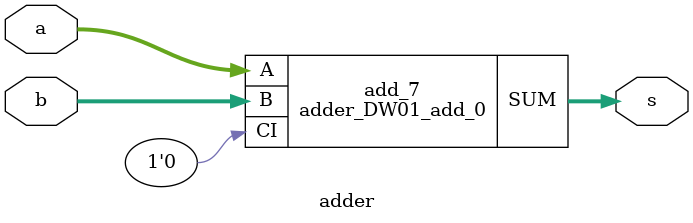
<source format=v>


module adder_DW01_add_0 ( A, B, CI, SUM, CO );
  input [9:0] A;
  input [9:0] B;
  output [9:0] SUM;
  input CI;
  output CO;
  wire   n1, n2, n3, n4, n5, n6, n7, n8, n9, n10, n11, n12, n13, n14, n15, n16,
         n17, n18, n19, n20, n21, n22, n23, n24, n25, n26, n27, n28, n29, n30,
         n31, n32, n33, n34, n35, n36, n37, n38, n39, n40, n41, n42;

  XOR2D0 U1 ( .A1(n1), .A2(n2), .Z(SUM[9]) );
  OR2D0 U2 ( .A1(n3), .A2(n4), .Z(n2) );
  AN2D0 U3 ( .A1(A[8]), .A2(n5), .Z(n4) );
  AN2D0 U4 ( .A1(B[8]), .A2(n6), .Z(n3) );
  OR2D0 U5 ( .A1(A[8]), .A2(n5), .Z(n6) );
  XOR2D0 U6 ( .A1(B[9]), .A2(A[9]), .Z(n1) );
  XOR2D0 U7 ( .A1(n5), .A2(n7), .Z(SUM[8]) );
  XOR2D0 U8 ( .A1(B[8]), .A2(A[8]), .Z(n7) );
  OR2D0 U9 ( .A1(n8), .A2(n9), .Z(n5) );
  AN2D0 U10 ( .A1(A[7]), .A2(n10), .Z(n9) );
  AN2D0 U11 ( .A1(B[7]), .A2(n11), .Z(n8) );
  OR2D0 U12 ( .A1(A[7]), .A2(n10), .Z(n11) );
  XOR2D0 U13 ( .A1(n10), .A2(n12), .Z(SUM[7]) );
  XOR2D0 U14 ( .A1(B[7]), .A2(A[7]), .Z(n12) );
  OR2D0 U15 ( .A1(n13), .A2(n14), .Z(n10) );
  AN2D0 U16 ( .A1(A[6]), .A2(n15), .Z(n14) );
  AN2D0 U17 ( .A1(B[6]), .A2(n16), .Z(n13) );
  OR2D0 U18 ( .A1(A[6]), .A2(n15), .Z(n16) );
  XOR2D0 U19 ( .A1(n15), .A2(n17), .Z(SUM[6]) );
  XOR2D0 U20 ( .A1(B[6]), .A2(A[6]), .Z(n17) );
  OR2D0 U21 ( .A1(n18), .A2(n19), .Z(n15) );
  AN2D0 U22 ( .A1(A[5]), .A2(n20), .Z(n19) );
  AN2D0 U23 ( .A1(B[5]), .A2(n21), .Z(n18) );
  OR2D0 U24 ( .A1(A[5]), .A2(n20), .Z(n21) );
  XOR2D0 U25 ( .A1(n20), .A2(n22), .Z(SUM[5]) );
  XOR2D0 U26 ( .A1(B[5]), .A2(A[5]), .Z(n22) );
  OR2D0 U27 ( .A1(n23), .A2(n24), .Z(n20) );
  AN2D0 U28 ( .A1(A[4]), .A2(n25), .Z(n24) );
  AN2D0 U29 ( .A1(B[4]), .A2(n26), .Z(n23) );
  OR2D0 U30 ( .A1(A[4]), .A2(n25), .Z(n26) );
  XOR2D0 U31 ( .A1(n25), .A2(n27), .Z(SUM[4]) );
  XOR2D0 U32 ( .A1(B[4]), .A2(A[4]), .Z(n27) );
  OR2D0 U33 ( .A1(n28), .A2(n29), .Z(n25) );
  AN2D0 U34 ( .A1(A[3]), .A2(n30), .Z(n29) );
  AN2D0 U35 ( .A1(B[3]), .A2(n31), .Z(n28) );
  OR2D0 U36 ( .A1(A[3]), .A2(n30), .Z(n31) );
  XOR2D0 U37 ( .A1(n30), .A2(n32), .Z(SUM[3]) );
  XOR2D0 U38 ( .A1(B[3]), .A2(A[3]), .Z(n32) );
  OR2D0 U39 ( .A1(n33), .A2(n34), .Z(n30) );
  AN2D0 U40 ( .A1(A[2]), .A2(n35), .Z(n34) );
  AN2D0 U41 ( .A1(B[2]), .A2(n36), .Z(n33) );
  OR2D0 U42 ( .A1(A[2]), .A2(n35), .Z(n36) );
  XOR2D0 U43 ( .A1(n37), .A2(n35), .Z(SUM[2]) );
  OR2D0 U44 ( .A1(n38), .A2(n39), .Z(n35) );
  AN2D0 U45 ( .A1(A[1]), .A2(n40), .Z(n39) );
  AN2D0 U46 ( .A1(B[1]), .A2(n41), .Z(n38) );
  OR2D0 U47 ( .A1(n40), .A2(A[1]), .Z(n41) );
  XOR2D0 U48 ( .A1(B[2]), .A2(A[2]), .Z(n37) );
  XOR2D0 U49 ( .A1(n40), .A2(n42), .Z(SUM[1]) );
  XOR2D0 U50 ( .A1(B[1]), .A2(A[1]), .Z(n42) );
  AN2D0 U51 ( .A1(A[0]), .A2(B[0]), .Z(n40) );
  XOR2D0 U52 ( .A1(B[0]), .A2(A[0]), .Z(SUM[0]) );
endmodule


module adder ( a, b, s );
  input [9:0] a;
  input [9:0] b;
  output [9:0] s;


  adder_DW01_add_0 add_7 ( .A(a), .B(b), .CI(1'b0), .SUM(s) );
endmodule


</source>
